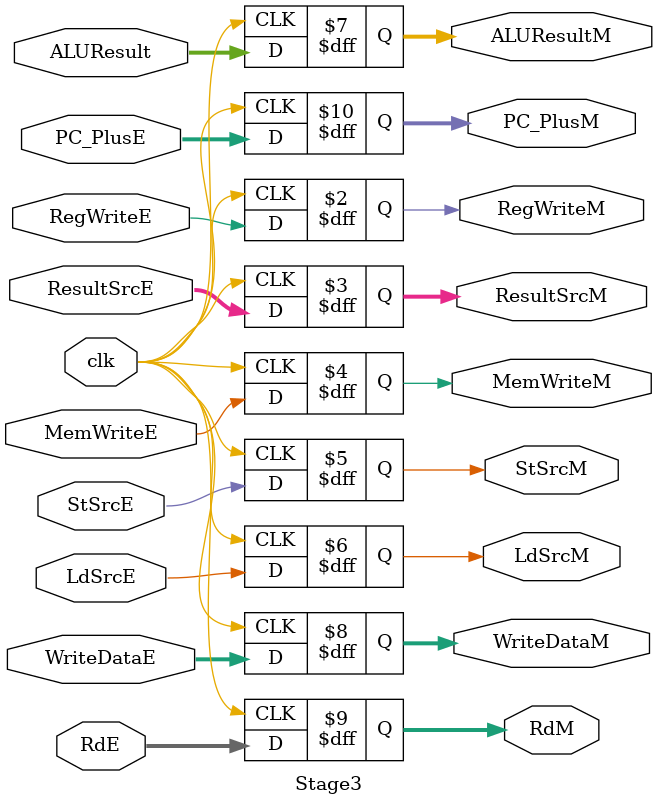
<source format=sv>
module Stage3#(
    parameter DATA_WIDTH = 32
)(
    input logic                     clk,
    // input logic                     clr,// flush

    // control input 
    input logic                        RegWriteE,
    input logic[1:0]                   ResultSrcE,
    input logic                        MemWriteE,
    input  logic                       StSrcE,       
    input  logic                       LdSrcE,
    // ALU input
    input logic[DATA_WIDTH-1:0]        ALUResult,
    //regfile input
    input logic[DATA_WIDTH-1:0]        WriteDataE,
    //rd
    input logic[4:0]                   RdE,
    //PC input
    input logic[DATA_WIDTH-1:0]        PC_PlusE,

    // control output 
    output logic                        RegWriteM,
    output logic[1:0]                   ResultSrcM,
    output logic                        MemWriteM,
    output  logic                        StSrcM, 
    output  logic                        LdSrcM,
    // ALU output
    output logic[DATA_WIDTH-1:0]        ALUResultM,
    //regfile output
    output logic[DATA_WIDTH-1:0]        WriteDataM,
    //rd
    output logic[4:0]                   RdM,
    //PC output
    output logic[DATA_WIDTH-1:0]        PC_PlusM

);

always_ff @(posedge clk) begin
        //control
        RegWriteM <= RegWriteE;
        ResultSrcM <= ResultSrcE;
        MemWriteM <= MemWriteE;
        StSrcM <= StSrcE;
        LdSrcM <= LdSrcE;
        //alu
        ALUResultM <= ALUResult;
        //regfile
        WriteDataM <= WriteDataE;
        //rd
        RdM <= RdE;
        //PC
        PC_PlusM <= PC_PlusE;
    end
// end
    
endmodule

</source>
